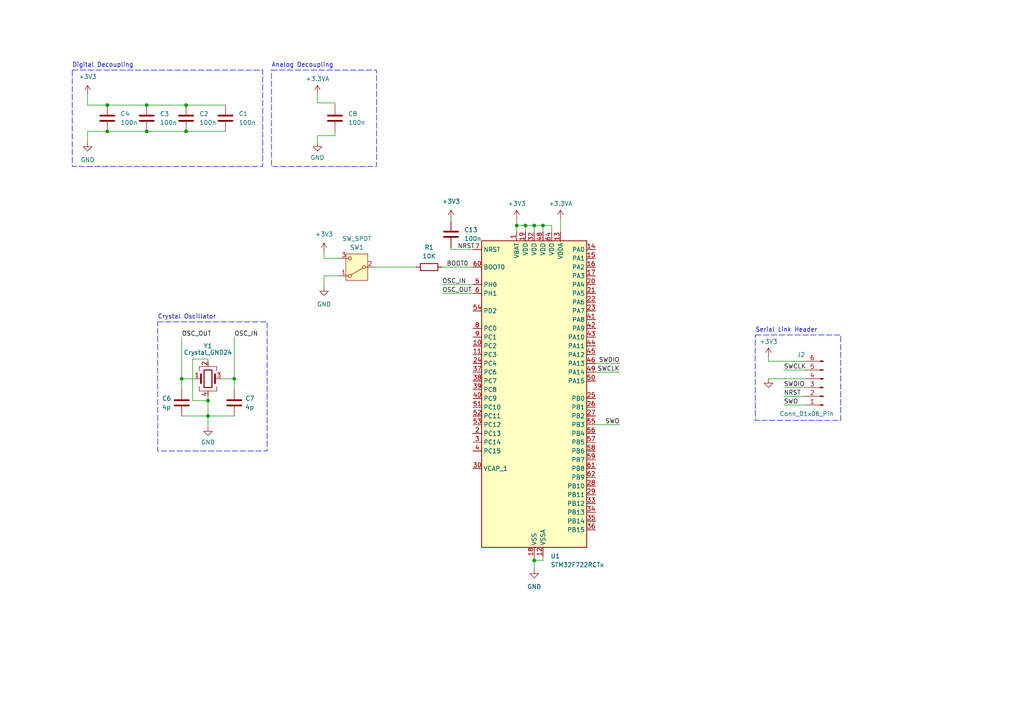
<source format=kicad_sch>
(kicad_sch (version 20230121) (generator eeschema)
  (paper "A4")
  (title_block (title "MCU"))
  (lib_symbols
    (symbol "Connector:Conn_01x06_Pin" (pin_names (offset 1.016) hide)
      (property "Reference" "J" (at 0 7.62 0))
      (property "Value" "Conn_01x06_Pin" (at 0 -10.16 0))
      (symbol "Conn_01x06_Pin_1_1"
        (polyline (pts (xy 1.27 -7.62) (xy 0.8636 -7.62)) (stroke (width 0.1524)))
        (polyline (pts (xy 1.27 -5.08) (xy 0.8636 -5.08)) (stroke (width 0.1524)))
        (polyline (pts (xy 1.27 -2.54) (xy 0.8636 -2.54)) (stroke (width 0.1524)))
        (polyline (pts (xy 1.27 0) (xy 0.8636 0)) (stroke (width 0.1524)))
        (polyline (pts (xy 1.27 2.54) (xy 0.8636 2.54)) (stroke (width 0.1524)))
        (polyline (pts (xy 1.27 5.08) (xy 0.8636 5.08)) (stroke (width 0.1524)))
        (rectangle (start 0.8636 -7.493) (end 0 -7.747) (stroke (width 0.1524)) (fill (type outline)))
        (rectangle (start 0.8636 -4.953) (end 0 -5.207) (stroke (width 0.1524)) (fill (type outline)))
        (rectangle (start 0.8636 -2.413) (end 0 -2.667) (stroke (width 0.1524)) (fill (type outline)))
        (rectangle (start 0.8636 0.127) (end 0 -0.127) (stroke (width 0.1524)) (fill (type outline)))
        (rectangle (start 0.8636 2.667) (end 0 2.413) (stroke (width 0.1524)) (fill (type outline)))
        (rectangle (start 0.8636 5.207) (end 0 4.953) (stroke (width 0.1524)) (fill (type outline)))
        (pin passive line (at 5.08 5.08 180) (length 3.81) (name "Pin_1") (number "1"))
        (pin passive line (at 5.08 2.54 180) (length 3.81) (name "Pin_2") (number "2"))
        (pin passive line (at 5.08 0 180) (length 3.81) (name "Pin_3") (number "3"))
        (pin passive line (at 5.08 -2.54 180) (length 3.81) (name "Pin_4") (number "4"))
        (pin passive line (at 5.08 -5.08 180) (length 3.81) (name "Pin_5") (number "5"))
        (pin passive line (at 5.08 -7.62 180) (length 3.81) (name "Pin_6") (number "6"))
      )
    )
    (symbol "Device:C" (pin_numbers hide) (pin_names (offset 0.254))
      (property "Reference" "C" (at 0.635 2.54 0))
      (property "Value" "C" (at 0.635 -2.54 0))
      (symbol "C_0_1"
        (polyline (pts (xy -2.032 -0.762) (xy 2.032 -0.762)) (stroke (width 0.508)))
        (polyline (pts (xy -2.032 0.762) (xy 2.032 0.762)) (stroke (width 0.508)))
      )
      (symbol "C_1_1"
        (pin passive line (at 0 3.81 270) (length 2.794) (name "~") (number "1"))
        (pin passive line (at 0 -3.81 90) (length 2.794) (name "~") (number "2"))
      )
    )
    (symbol "Device:Crystal_GND24" (pin_names (offset 1.016) hide)
      (property "Reference" "Y" (at 3.175 5.08 0))
      (property "Value" "Crystal_GND24" (at 3.175 3.175 0))
      (symbol "Crystal_GND24_0_1"
        (rectangle (start -1.143 2.54) (end 1.143 -2.54) (stroke (width 0.3048)))
        (polyline (pts (xy -2.54 0) (xy -2.032 0)))
        (polyline (pts (xy -2.032 -1.27) (xy -2.032 1.27)) (stroke (width 0.508)))
        (polyline (pts (xy 0 -3.81) (xy 0 -3.556)))
        (polyline (pts (xy 0 3.556) (xy 0 3.81)))
        (polyline (pts (xy 2.032 -1.27) (xy 2.032 1.27)) (stroke (width 0.508)))
        (polyline (pts (xy 2.032 0) (xy 2.54 0)))
        (polyline (pts (xy -2.54 -2.286) (xy -2.54 -3.556) (xy 2.54 -3.556) (xy 2.54 -2.286)))
        (polyline (pts (xy -2.54 2.286) (xy -2.54 3.556) (xy 2.54 3.556) (xy 2.54 2.286)))
      )
      (symbol "Crystal_GND24_1_1"
        (pin passive line (at -3.81 0 0) (length 1.27) (name "1") (number "1"))
        (pin passive line (at 0 5.08 270) (length 1.27) (name "2") (number "2"))
        (pin passive line (at 3.81 0 180) (length 1.27) (name "3") (number "3"))
        (pin passive line (at 0 -5.08 90) (length 1.27) (name "4") (number "4"))
      )
    )
    (symbol "Device:R" (pin_numbers hide) (pin_names (offset 0))
      (property "Reference" "R" (at 2.032 0 90))
      (property "Value" "R" (at 0 0 90))
      (symbol "R_0_1"
        (rectangle (start -1.016 -2.54) (end 1.016 2.54) (stroke (width 0.254)))
      )
      (symbol "R_1_1"
        (pin passive line (at 0 3.81 270) (length 1.27) (name "~") (number "1"))
        (pin passive line (at 0 -3.81 90) (length 1.27) (name "~") (number "2"))
      )
    )
    (symbol "MCU_ST_STM32F7:STM32F722RCTx"
      (property "Reference" "U" (at -15.24 46.99 0))
      (property "Value" "STM32F722RCTx" (at 10.16 46.99 0))
      (symbol "STM32F722RCTx_0_1"
        (rectangle (start -15.24 -43.18) (end 15.24 45.72) (stroke (width 0.254)) (fill (type background)))
      )
      (symbol "STM32F722RCTx_1_1"
        (pin power_in line (at -5.08 48.26 270) (length 2.54) (name "VBAT") (number "1"))
        (pin bidirectional line (at -17.78 15.24 0) (length 2.54) (name "PC2") (number "10"))
        (pin bidirectional line (at -17.78 12.7 0) (length 2.54) (name "PC3") (number "11"))
        (pin power_in line (at 2.54 -45.72 90) (length 2.54) (name "VSSA") (number "12"))
        (pin power_in line (at 7.62 48.26 270) (length 2.54) (name "VDDA") (number "13"))
        (pin bidirectional line (at 17.78 43.18 180) (length 2.54) (name "PA0") (number "14"))
        (pin bidirectional line (at 17.78 40.64 180) (length 2.54) (name "PA1") (number "15"))
        (pin bidirectional line (at 17.78 38.1 180) (length 2.54) (name "PA2") (number "16"))
        (pin bidirectional line (at 17.78 35.56 180) (length 2.54) (name "PA3") (number "17"))
        (pin power_in line (at 0 -45.72 90) (length 2.54) (name "VSS") (number "18"))
        (pin power_in line (at -2.54 48.26 270) (length 2.54) (name "VDD") (number "19"))
        (pin bidirectional line (at -17.78 -10.16 0) (length 2.54) (name "PC13") (number "2"))
        (pin bidirectional line (at 17.78 33.02 180) (length 2.54) (name "PA4") (number "20"))
        (pin bidirectional line (at 17.78 30.48 180) (length 2.54) (name "PA5") (number "21"))
        (pin bidirectional line (at 17.78 27.94 180) (length 2.54) (name "PA6") (number "22"))
        (pin bidirectional line (at 17.78 25.4 180) (length 2.54) (name "PA7") (number "23"))
        (pin bidirectional line (at -17.78 10.16 0) (length 2.54) (name "PC4") (number "24"))
        (pin bidirectional line (at 17.78 0 180) (length 2.54) (name "PB0") (number "25"))
        (pin bidirectional line (at 17.78 -2.54 180) (length 2.54) (name "PB1") (number "26"))
        (pin bidirectional line (at 17.78 -5.08 180) (length 2.54) (name "PB2") (number "27"))
        (pin bidirectional line (at 17.78 -25.4 180) (length 2.54) (name "PB10") (number "28"))
        (pin bidirectional line (at 17.78 -27.94 180) (length 2.54) (name "PB11") (number "29"))
        (pin bidirectional line (at -17.78 -12.7 0) (length 2.54) (name "PC14") (number "3"))
        (pin power_out line (at -17.78 -20.32 0) (length 2.54) (name "VCAP_1") (number "30"))
        (pin passive line (at 0 -45.72 90) (length 2.54) hide (name "VSS") (number "31"))
        (pin power_in line (at 0 48.26 270) (length 2.54) (name "VDD") (number "32"))
        (pin bidirectional line (at 17.78 -30.48 180) (length 2.54) (name "PB12") (number "33"))
        (pin bidirectional line (at 17.78 -33.02 180) (length 2.54) (name "PB13") (number "34"))
        (pin bidirectional line (at 17.78 -35.56 180) (length 2.54) (name "PB14") (number "35"))
        (pin bidirectional line (at 17.78 -38.1 180) (length 2.54) (name "PB15") (number "36"))
        (pin bidirectional line (at -17.78 7.62 0) (length 2.54) (name "PC6") (number "37"))
        (pin bidirectional line (at -17.78 5.08 0) (length 2.54) (name "PC7") (number "38"))
        (pin bidirectional line (at -17.78 2.54 0) (length 2.54) (name "PC8") (number "39"))
        (pin bidirectional line (at -17.78 -15.24 0) (length 2.54) (name "PC15") (number "4"))
        (pin bidirectional line (at -17.78 0 0) (length 2.54) (name "PC9") (number "40"))
        (pin bidirectional line (at 17.78 22.86 180) (length 2.54) (name "PA8") (number "41"))
        (pin bidirectional line (at 17.78 20.32 180) (length 2.54) (name "PA9") (number "42"))
        (pin bidirectional line (at 17.78 17.78 180) (length 2.54) (name "PA10") (number "43"))
        (pin bidirectional line (at 17.78 15.24 180) (length 2.54) (name "PA11") (number "44"))
        (pin bidirectional line (at 17.78 12.7 180) (length 2.54) (name "PA12") (number "45"))
        (pin bidirectional line (at 17.78 10.16 180) (length 2.54) (name "PA13") (number "46"))
        (pin passive line (at 0 -45.72 90) (length 2.54) hide (name "VSS") (number "47"))
        (pin power_in line (at 2.54 48.26 270) (length 2.54) (name "VDD") (number "48"))
        (pin bidirectional line (at 17.78 7.62 180) (length 2.54) (name "PA14") (number "49"))
        (pin bidirectional line (at -17.78 33.02 0) (length 2.54) (name "PH0") (number "5"))
        (pin bidirectional line (at 17.78 5.08 180) (length 2.54) (name "PA15") (number "50"))
        (pin bidirectional line (at -17.78 -2.54 0) (length 2.54) (name "PC10") (number "51"))
        (pin bidirectional line (at -17.78 -5.08 0) (length 2.54) (name "PC11") (number "52"))
        (pin bidirectional line (at -17.78 -7.62 0) (length 2.54) (name "PC12") (number "53"))
        (pin bidirectional line (at -17.78 25.4 0) (length 2.54) (name "PD2") (number "54"))
        (pin bidirectional line (at 17.78 -7.62 180) (length 2.54) (name "PB3") (number "55"))
        (pin bidirectional line (at 17.78 -10.16 180) (length 2.54) (name "PB4") (number "56"))
        (pin bidirectional line (at 17.78 -12.7 180) (length 2.54) (name "PB5") (number "57"))
        (pin bidirectional line (at 17.78 -15.24 180) (length 2.54) (name "PB6") (number "58"))
        (pin bidirectional line (at 17.78 -17.78 180) (length 2.54) (name "PB7") (number "59"))
        (pin bidirectional line (at -17.78 30.48 0) (length 2.54) (name "PH1") (number "6"))
        (pin input line (at -17.78 38.1 0) (length 2.54) (name "BOOT0") (number "60"))
        (pin bidirectional line (at 17.78 -20.32 180) (length 2.54) (name "PB8") (number "61"))
        (pin bidirectional line (at 17.78 -22.86 180) (length 2.54) (name "PB9") (number "62"))
        (pin passive line (at 0 -45.72 90) (length 2.54) hide (name "VSS") (number "63"))
        (pin power_in line (at 5.08 48.26 270) (length 2.54) (name "VDD") (number "64"))
        (pin input line (at -17.78 43.18 0) (length 2.54) (name "NRST") (number "7"))
        (pin bidirectional line (at -17.78 20.32 0) (length 2.54) (name "PC0") (number "8"))
        (pin bidirectional line (at -17.78 17.78 0) (length 2.54) (name "PC1") (number "9"))
      )
    )
    (symbol "Switch:SW_SPDT" (pin_names (offset 0) hide)
      (property "Reference" "SW" (at 0 5.08 0))
      (property "Value" "SW_SPDT" (at 0 -5.08 0))
      (symbol "SW_SPDT_0_1"
        (circle (center -2.032 0) (radius 0.4572))
        (polyline (pts (xy -1.651 0.254) (xy 1.651 2.286)))
        (circle (center 2.032 -2.54) (radius 0.4572))
        (circle (center 2.032 2.54) (radius 0.4572))
      )
      (symbol "SW_SPDT_1_1"
        (rectangle (start -3.175 3.81) (end 3.175 -3.81) (fill (type background)))
        (pin passive line (at 5.08 2.54 180) (length 2.54) (name "A") (number "1"))
        (pin passive line (at -5.08 0 0) (length 2.54) (name "B") (number "2"))
        (pin passive line (at 5.08 -2.54 180) (length 2.54) (name "C") (number "3"))
      )
    )
    (symbol "power:+3.3VA" (power) (pin_names (offset 0))
      (property "Value" "+3.3VA" (at 0 3.556 0))
      (symbol "+3.3VA_0_1"
        (polyline (pts (xy -0.762 1.27) (xy 0 2.54)))
        (polyline (pts (xy 0 0) (xy 0 2.54)))
        (polyline (pts (xy 0 2.54) (xy 0.762 1.27)))
      )
      (symbol "+3.3VA_1_1"
        (pin power_in line (at 0 0 90) (length 0) hide (name "+3.3VA") (number "1"))
      )
    )
    (symbol "power:+3V3" (power) (pin_names (offset 0))
      (property "Value" "+3V3" (at 0 3.556 0))
      (symbol "+3V3_0_1"
        (polyline (pts (xy -0.762 1.27) (xy 0 2.54)))
        (polyline (pts (xy 0 0) (xy 0 2.54)))
        (polyline (pts (xy 0 2.54) (xy 0.762 1.27)))
      )
      (symbol "+3V3_1_1"
        (pin power_in line (at 0 0 90) (length 0) hide (name "+3V3") (number "1"))
      )
    )
    (symbol "power:GND" (power) (pin_names (offset 0))
      (property "Value" "GND" (at 0 -3.81 0))
      (symbol "GND_0_1"
        (polyline (pts (xy 0 0) (xy 0 -1.27) (xy 1.27 -1.27) (xy 0 -2.54) (xy -1.27 -1.27) (xy 0 -1.27)))
      )
      (symbol "GND_1_1"
        (pin power_in line (at 0 0 270) (length 0) hide (name "GND") (number "1"))
      )
    )
  )
  (junction (at 52.705 109.855))
  (junction (at 67.945 109.855))
  (junction (at 60.325 116.205))
  (junction (at 31.115 38.1))
  (junction (at 53.975 30.48))
  (junction (at 154.94 65.405))
  (junction (at 149.86 65.405))
  (junction (at 31.115 30.48))
  (junction (at 157.48 65.405))
  (junction (at 60.325 120.65))
  (junction (at 42.545 38.1))
  (junction (at 154.94 162.56))
  (junction (at 53.975 38.1))
  (junction (at 152.4 65.405))
  (junction (at 42.545 30.48))
  (wire (pts (xy 179.705 107.95) (xy 172.72 107.95)))
  (wire (pts (xy 31.115 38.1) (xy 25.4 38.1)))
  (wire (pts (xy 67.945 97.79) (xy 67.945 109.855)))
  (wire (pts (xy 222.885 104.775) (xy 233.68 104.775)))
  (wire (pts (xy 42.545 38.1) (xy 53.975 38.1)))
  (wire (pts (xy 31.115 38.1) (xy 42.545 38.1)))
  (wire (pts (xy 154.94 65.405) (xy 154.94 67.31)))
  (wire (pts (xy 130.81 64.135) (xy 130.81 63.5)))
  (wire (pts (xy 128.27 77.47) (xy 137.16 77.47)))
  (wire (pts (xy 25.4 27.305) (xy 25.4 30.48)))
  (wire (pts (xy 227.33 114.935) (xy 233.68 114.935)))
  (wire (pts (xy 108.585 77.47) (xy 120.65 77.47)))
  (wire (pts (xy 157.48 65.405) (xy 157.48 67.31)))
  (wire (pts (xy 172.72 123.19) (xy 179.705 123.19)))
  (wire (pts (xy 227.33 117.475) (xy 233.68 117.475)))
  (wire (pts (xy 172.72 105.41) (xy 179.705 105.41)))
  (wire (pts (xy 60.325 104.14) (xy 60.325 104.775)))
  (wire (pts (xy 97.155 38.1) (xy 97.155 39.37)))
  (wire (pts (xy 52.705 109.855) (xy 56.515 109.855)))
  (wire (pts (xy 152.4 65.405) (xy 152.4 67.31)))
  (wire (pts (xy 227.33 107.315) (xy 233.68 107.315)))
  (wire (pts (xy 60.325 120.65) (xy 67.945 120.65)))
  (wire (pts (xy 60.325 104.14) (xy 55.88 104.14)))
  (wire (pts (xy 149.86 65.405) (xy 149.86 67.31)))
  (wire (pts (xy 154.94 162.56) (xy 154.94 161.29)))
  (wire (pts (xy 25.4 30.48) (xy 31.115 30.48)))
  (wire (pts (xy 52.705 109.855) (xy 52.705 97.79)))
  (wire (pts (xy 93.98 74.93) (xy 98.425 74.93)))
  (wire (pts (xy 162.56 63.5) (xy 162.56 67.31)))
  (wire (pts (xy 157.48 65.405) (xy 160.02 65.405)))
  (wire (pts (xy 160.02 65.405) (xy 160.02 67.31)))
  (wire (pts (xy 60.325 120.65) (xy 60.325 123.825)))
  (wire (pts (xy 97.155 29.845) (xy 97.155 30.48)))
  (wire (pts (xy 64.135 109.855) (xy 67.945 109.855)))
  (wire (pts (xy 92.075 39.37) (xy 92.075 41.275)))
  (wire (pts (xy 97.155 39.37) (xy 92.075 39.37)))
  (wire (pts (xy 52.705 120.65) (xy 60.325 120.65)))
  (wire (pts (xy 52.705 109.855) (xy 52.705 113.03)))
  (wire (pts (xy 55.88 104.14) (xy 55.88 116.205)))
  (wire (pts (xy 154.94 162.56) (xy 157.48 162.56)))
  (wire (pts (xy 97.155 29.845) (xy 92.075 29.845)))
  (wire (pts (xy 92.075 29.845) (xy 92.075 27.305)))
  (wire (pts (xy 55.88 116.205) (xy 60.325 116.205)))
  (wire (pts (xy 130.81 72.39) (xy 130.81 71.755)))
  (wire (pts (xy 149.86 63.5) (xy 149.86 65.405)))
  (wire (pts (xy 152.4 65.405) (xy 154.94 65.405)))
  (wire (pts (xy 31.115 30.48) (xy 42.545 30.48)))
  (wire (pts (xy 53.975 30.48) (xy 65.405 30.48)))
  (wire (pts (xy 128.27 82.55) (xy 137.16 82.55)))
  (wire (pts (xy 222.885 103.505) (xy 222.885 104.775)))
  (wire (pts (xy 53.975 38.1) (xy 65.405 38.1)))
  (wire (pts (xy 154.94 162.56) (xy 154.94 165.1)))
  (wire (pts (xy 227.33 112.395) (xy 233.68 112.395)))
  (wire (pts (xy 154.94 65.405) (xy 157.48 65.405)))
  (wire (pts (xy 128.27 85.09) (xy 137.16 85.09)))
  (wire (pts (xy 67.945 109.855) (xy 67.945 113.03)))
  (wire (pts (xy 60.325 116.205) (xy 60.325 120.65)))
  (wire (pts (xy 157.48 162.56) (xy 157.48 161.29)))
  (wire (pts (xy 130.81 72.39) (xy 137.16 72.39)))
  (wire (pts (xy 93.98 80.01) (xy 93.98 83.185)))
  (wire (pts (xy 60.325 114.935) (xy 60.325 116.205)))
  (wire (pts (xy 222.885 109.855) (xy 233.68 109.855)))
  (wire (pts (xy 93.98 73.025) (xy 93.98 74.93)))
  (wire (pts (xy 149.86 65.405) (xy 152.4 65.405)))
  (wire (pts (xy 98.425 80.01) (xy 93.98 80.01)))
  (wire (pts (xy 25.4 38.1) (xy 25.4 41.275)))
  (wire (pts (xy 42.545 30.48) (xy 53.975 30.48)))
  (rectangle (start 45.72 93.345) (end 77.47 130.81) (stroke (width 0) (type dash)))
  (rectangle (start 78.74 20.32) (end 109.22 48.26) (stroke (width 0) (type dash)))
  (rectangle (start 20.955 20.32) (end 76.2 48.26) (stroke (width 0) (type dash)))
  (rectangle (start 219.075 97.155) (end 243.84 121.92) (stroke (width 0) (type dash)))
  (text "Serial Link Header" (at 219.075 96.52 0) (effects (font (size 1.27 1.27)) (justify left bottom)))
  (text "Crystal Oscillator" (at 45.72 92.71 0) (effects (font (size 1.27 1.27)) (justify left bottom)))
  (text "Digital Decoupling" (at 20.955 19.685 0) (effects (font (size 1.27 1.27)) (justify left bottom)))
  (text "Analog Decoupling" (at 78.74 19.685 0) (effects (font (size 1.27 1.27)) (justify left bottom)))
  (label "OSC_IN" (at 67.945 97.79 0))
  (label "NRST" (at 132.715 72.39 0))
  (label "SWDIO" (at 179.705 105.41 180))
  (label "OSC_IN" (at 128.27 82.55 0))
  (label "OSC_OUT" (at 52.705 97.79 0))
  (label "SWDIO" (at 227.33 112.395 0))
  (label "SWO" (at 179.705 123.19 180))
  (label "SWCLK" (at 227.33 107.315 0))
  (label "SWO" (at 227.33 117.475 0))
  (label "BOOT0" (at 129.54 77.47 0))
  (label "SWCLK" (at 179.705 107.95 180))
  (label "NRST" (at 227.33 114.935 0))
  (label "OSC_OUT" (at 128.27 85.09 0))
  (symbol (lib_id "Device:C") (at 67.945 116.84 0) (unit 1)
    (property "Reference" "C7" (at 71.12 115.57 0) (effects (justify left)))
    (property "Value" "4p" (at 71.12 118.11 0) (effects (justify left)))
    (property "Footprint" "Capacitor_SMD:C_0805_2012Metric" (effects hide))
  )
  (symbol (lib_id "Device:C") (at 65.405 34.29 0) (unit 1)
    (property "Reference" "C1" (at 69.215 33.02 0) (effects (justify left)))
    (property "Value" "100n" (at 69.215 35.56 0) (effects (justify left)))
    (property "Footprint" "Capacitor_SMD:C_0805_2012Metric" (effects hide))
  )
  (symbol (lib_id "power:+3V3") (at 25.4 27.305 0) (unit 1)
    (property "Reference" "#PWR09" (effects hide))
    (property "Value" "+3V3" (at 25.4 22.225 0))
  )
  (symbol (lib_id "Connector:Conn_01x06_Pin") (at 238.76 112.395 180) (unit 1)
    (property "Reference" "J2" (at 231.14 102.87 0) (effects (justify right)))
    (property "Value" "Conn_01x06_Pin" (at 226.06 120.015 0) (effects (justify right)))
    (property "Footprint" "Connector_PinHeader_2.54mm:PinHeader_1x06_P2.54mm_Vertical" (effects hide))
  )
  (symbol (lib_id "Device:R") (at 124.46 77.47 90) (unit 1)
    (property "Reference" "R1" (at 124.46 71.755 90))
    (property "Value" "10K" (at 124.46 74.295 90))
    (property "Footprint" "Resistor_SMD:R_0805_2012Metric" (effects hide))
  )
  (symbol (lib_id "power:GND") (at 222.885 109.855 0) (unit 1)
    (property "Reference" "#PWR011" (effects hide))
    (property "Value" "GND" (effects hide))
  )
  (symbol (lib_id "Device:C") (at 42.545 34.29 0) (unit 1)
    (property "Reference" "C3" (at 46.355 33.02 0) (effects (justify left)))
    (property "Value" "100n" (at 46.355 35.56 0) (effects (justify left)))
    (property "Footprint" "Capacitor_SMD:C_0805_2012Metric" (effects hide))
  )
  (symbol (lib_id "power:GND") (at 92.075 41.275 0) (unit 1)
    (property "Reference" "#PWR018" (effects hide))
    (property "Value" "GND" (at 92.075 45.72 0))
  )
  (symbol (lib_id "power:GND") (at 60.325 123.825 0) (unit 1)
    (property "Reference" "#PWR016" (effects hide))
    (property "Value" "GND" (at 60.325 128.27 0))
  )
  (symbol (lib_id "Switch:SW_SPDT") (at 103.505 77.47 180) (unit 1)
    (property "Reference" "SW1" (at 103.505 71.755 0))
    (property "Value" "SW_SPDT" (at 103.505 69.215 0))
  )
  (symbol (lib_id "power:GND") (at 93.98 83.185 0) (unit 1)
    (property "Reference" "#PWR01" (effects hide))
    (property "Value" "GND" (at 93.98 88.265 0))
  )
  (symbol (lib_id "Device:C") (at 97.155 34.29 0) (unit 1)
    (property "Reference" "C8" (at 100.965 33.02 0) (effects (justify left)))
    (property "Value" "100n" (at 100.965 35.56 0) (effects (justify left)))
    (property "Footprint" "Capacitor_SMD:C_0805_2012Metric" (effects hide))
  )
  (symbol (lib_id "Device:C") (at 53.975 34.29 0) (unit 1)
    (property "Reference" "C2" (at 57.785 33.02 0) (effects (justify left)))
    (property "Value" "100n" (at 57.785 35.56 0) (effects (justify left)))
    (property "Footprint" "Capacitor_SMD:C_0805_2012Metric" (effects hide))
  )
  (symbol (lib_id "MCU_ST_STM32F7:STM32F722RCTx") (at 154.94 115.57 0) (unit 1)
    (property "Reference" "U1" (at 159.6741 161.29 0) (effects (justify left)))
    (property "Value" "STM32F722RCTx" (at 159.6741 163.83 0) (effects (justify left)))
    (property "Footprint" "Package_QFP:LQFP-64_10x10mm_P0.5mm" (effects hide))
    (property "Datasheet" "https://www.st.com/resource/en/datasheet/stm32f722rc.pdf" (effects hide))
  )
  (symbol (lib_id "Device:C") (at 130.81 67.945 0) (unit 1)
    (property "Reference" "C13" (at 134.62 66.675 0) (effects (justify left)))
    (property "Value" "100n" (at 134.62 69.215 0) (effects (justify left)))
    (property "Footprint" "Capacitor_SMD:C_0805_2012Metric" (effects hide))
  )
  (symbol (lib_id "power:+3V3") (at 93.98 73.025 0) (unit 1)
    (property "Reference" "#PWR02" (effects hide))
    (property "Value" "+3V3" (at 93.98 67.945 0))
  )
  (symbol (lib_id "Device:Crystal_GND24") (at 60.325 109.855 0) (unit 1)
    (property "Reference" "Y1" (at 60.325 100.33 0))
    (property "Value" "Crystal_GND24" (at 60.325 102.235 0))
  )
  (symbol (lib_id "Device:C") (at 31.115 34.29 0) (unit 1)
    (property "Reference" "C4" (at 34.925 33.02 0) (effects (justify left)))
    (property "Value" "100n" (at 34.925 35.56 0) (effects (justify left)))
    (property "Footprint" "Capacitor_SMD:C_0805_2012Metric" (effects hide))
  )
  (symbol (lib_id "power:+3V3") (at 149.86 63.5 0) (unit 1)
    (property "Reference" "#PWR04" (effects hide))
    (property "Value" "+3V3" (at 149.86 59.055 0))
  )
  (symbol (lib_id "power:+3.3VA") (at 162.56 63.5 0) (unit 1)
    (property "Reference" "#PWR05" (effects hide))
    (property "Value" "+3.3VA" (at 162.56 59.055 0))
  )
  (symbol (lib_id "Device:C") (at 52.705 116.84 0) (unit 1)
    (property "Reference" "C6" (at 46.99 115.57 0) (effects (justify left)))
    (property "Value" "4p" (at 46.99 118.11 0) (effects (justify left)))
    (property "Footprint" "Capacitor_SMD:C_0805_2012Metric" (effects hide))
  )
  (symbol (lib_id "power:+3.3VA") (at 92.075 27.305 0) (unit 1)
    (property "Reference" "#PWR017" (effects hide))
    (property "Value" "+3.3VA" (at 92.075 22.86 0))
  )
  (symbol (lib_id "power:+3V3") (at 130.81 63.5 0) (unit 1)
    (property "Reference" "#PWR012" (effects hide))
    (property "Value" "+3V3" (at 130.81 58.42 0))
  )
  (symbol (lib_id "power:GND") (at 154.94 165.1 0) (unit 1)
    (property "Reference" "#PWR03" (effects hide))
    (property "Value" "GND" (at 154.94 170.18 0))
  )
  (symbol (lib_id "power:+3V3") (at 222.885 103.505 0) (unit 1)
    (property "Reference" "#PWR08" (effects hide))
    (property "Value" "+3V3" (at 222.885 99.06 0))
  )
  (symbol (lib_id "power:GND") (at 25.4 41.275 0) (unit 1)
    (property "Reference" "#PWR010" (effects hide))
    (property "Value" "GND" (at 25.4 46.355 0))
  )
)
</source>
